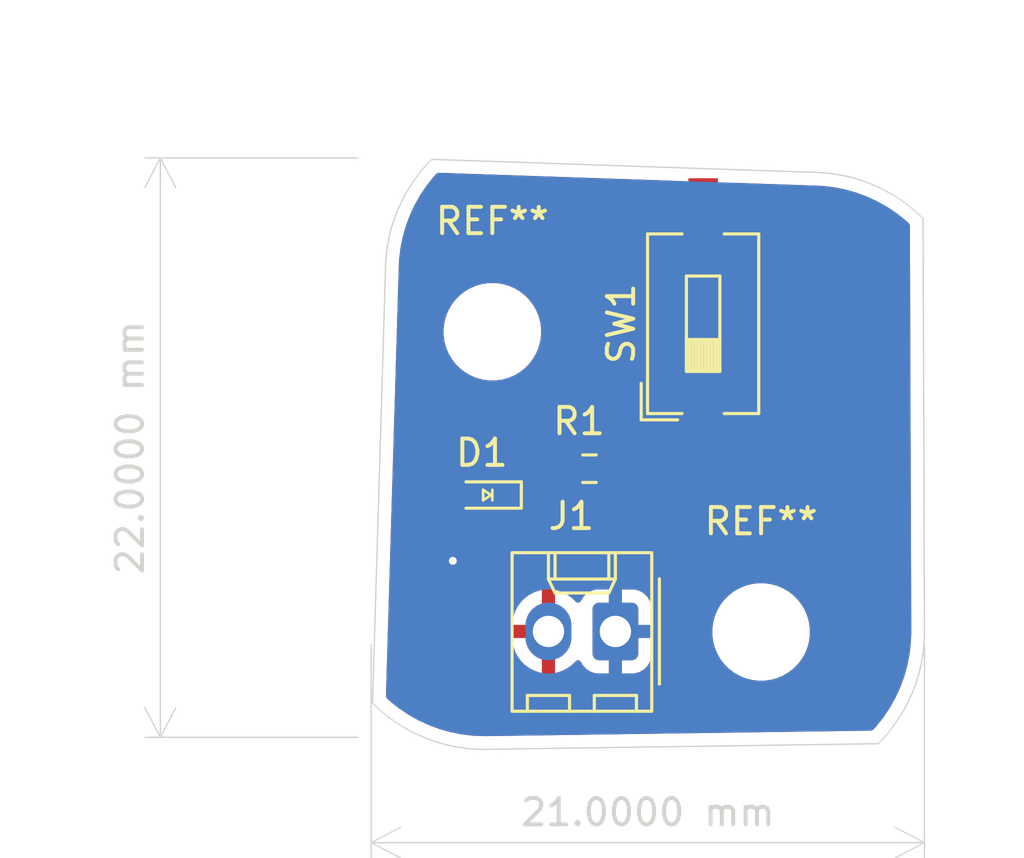
<source format=kicad_pcb>
(kicad_pcb (version 20240108) (generator "pcbnew") (generator_version "8.0")
  (title_block (title "LED porg") (rev "1.0") (company "Illini Solar Car") (comment 1 "Designed by: Colin Awe"))
  (layers (0 "F.Cu" signal) (31 "B.Cu" signal) (34 "B.Paste" user) (35 "F.Paste" user) (36 "B.SilkS" user "B.Silkscreen") (37 "F.SilkS" user "F.Silkscreen") (38 "B.Mask" user) (39 "F.Mask" user) (44 "Edge.Cuts" user))
  (net 0 "")
  (net 1 "Net-(D1-A)")
  (net 2 "GND")
  (net 3 "Net-(R1-Pad1)")
  (net 4 "+3V3")
  (footprint "Button_Switch_SMD:SW_DIP_SPSTx01_Slide_6.7x4.1mm_W8.61mm_P2.54mm_LowProfile" (layer "F.Cu") (at 130.6 90.295 90)
    (property "Reference" "SW1" (at 0 -3.11 90) (layer "F.SilkS"))
    (property "Value" "SW_Push")
    (fp_line (start -3.65 -2.35) (end -2.267 -2.35) (stroke (width 0.12)) (layer "F.SilkS"))
    (fp_line (start -3.65 -2.35) (end -3.65 -0.967) (stroke (width 0.12)) (layer "F.SilkS"))
    (fp_line (start 3.41 -2.11) (end 3.41 -0.8) (stroke (width 0.12)) (layer "F.SilkS"))
    (fp_line (start -3.41 -2.11) (end 3.41 -2.11) (stroke (width 0.12)) (layer "F.SilkS"))
    (fp_line (start -3.41 -2.11) (end -3.41 -0.8) (stroke (width 0.12)) (layer "F.SilkS"))
    (fp_line (start 1.81 -0.635) (end -1.81 -0.635) (stroke (width 0.12)) (layer "F.SilkS"))
    (fp_line (start -0.603333 -0.635) (end -0.603333 0.635) (stroke (width 0.12)) (layer "F.SilkS"))
    (fp_line (start -1.81 -0.635) (end -1.81 0.635) (stroke (width 0.12)) (layer "F.SilkS"))
    (fp_line (start -1.81 -0.515) (end -0.603333 -0.515) (stroke (width 0.12)) (layer "F.SilkS"))
    (fp_line (start -1.81 -0.395) (end -0.603333 -0.395) (stroke (width 0.12)) (layer "F.SilkS"))
    (fp_line (start -1.81 -0.275) (end -0.603333 -0.275) (stroke (width 0.12)) (layer "F.SilkS"))
    (fp_line (start -1.81 -0.155) (end -0.603333 -0.155) (stroke (width 0.12)) (layer "F.SilkS"))
    (fp_line (start -1.81 -0.035) (end -0.603333 -0.035) (stroke (width 0.12)) (layer "F.SilkS"))
    (fp_line (start -1.81 0.085) (end -0.603333 0.085) (stroke (width 0.12)) (layer "F.SilkS"))
    (fp_line (start -1.81 0.205) (end -0.603333 0.205) (stroke (width 0.12)) (layer "F.SilkS"))
    (fp_line (start -1.81 0.325) (end -0.603333 0.325) (stroke (width 0.12)) (layer "F.SilkS"))
    (fp_line (start -1.81 0.445) (end -0.603333 0.445) (stroke (width 0.12)) (layer "F.SilkS"))
    (fp_line (start -1.81 0.565) (end -0.603333 0.565) (stroke (width 0.12)) (layer "F.SilkS"))
    (fp_line (start 1.81 0.635) (end 1.81 -0.635) (stroke (width 0.12)) (layer "F.SilkS"))
    (fp_line (start -1.81 0.635) (end 1.81 0.635) (stroke (width 0.12)) (layer "F.SilkS"))
    (fp_line (start 3.41 0.8) (end 3.41 2.11) (stroke (width 0.12)) (layer "F.SilkS"))
    (fp_line (start -3.41 0.8) (end -3.41 2.11) (stroke (width 0.12)) (layer "F.SilkS"))
    (fp_line (start -3.41 2.11) (end 3.41 2.11) (stroke (width 0.12)) (layer "F.SilkS"))
    (pad "1" smd rect (at -4.305 0 90) (size 2.44 1.12) (layers "F.Cu" "F.Paste" "F.Mask") (net 4 "+3V3"))
    (pad "2" smd rect (at 4.305 0 90) (size 2.44 1.12) (layers "F.Cu" "F.Paste" "F.Mask") (net 3 "Net-(R1-Pad1)"))
  )
  (footprint "MountingHole:MountingHole_3.2mm_M3" (layer "F.Cu") (at 122.6 90.6)
    (property "Reference" "REF**" (at 0 -4.2 0) (layer "F.SilkS"))
    (property "Value" "MountingHole_3.2mm_M3")
    (pad "" np_thru_hole circle (at 0 0) (size 3.2 3.2) (drill 3.2) (layers "*.Cu" "*.Mask"))
  )
  (footprint "Connector_Molex:Molex_KK-254_AE-6410-02A_1x02_P2.54mm_Vertical" (layer "F.Cu") (at 127.27 101.98 180)
    (property "Reference" "J1" (at 1.67 4.38 0) (layer "F.SilkS"))
    (property "Value" "Conn_01x02")
    (fp_line (start 3.92 2.99) (end 3.92 -3.03) (stroke (width 0.12)) (layer "F.SilkS"))
    (fp_line (start 3.92 -3.03) (end -1.38 -3.03) (stroke (width 0.12)) (layer "F.SilkS"))
    (fp_line (start 3.34 -2.43) (end 3.34 -3.03) (stroke (width 0.12)) (layer "F.SilkS"))
    (fp_line (start 2.54 1.99) (end 2.54 2.99) (stroke (width 0.12)) (layer "F.SilkS"))
    (fp_line (start 2.29 2.99) (end 2.29 1.99) (stroke (width 0.12)) (layer "F.SilkS"))
    (fp_line (start 2.29 1.46) (end 2.54 1.99) (stroke (width 0.12)) (layer "F.SilkS"))
    (fp_line (start 1.74 -2.43) (end 3.34 -2.43) (stroke (width 0.12)) (layer "F.SilkS"))
    (fp_line (start 1.74 -3.03) (end 1.74 -2.43) (stroke (width 0.12)) (layer "F.SilkS"))
    (fp_line (start 0.8 -2.43) (end 0.8 -3.03) (stroke (width 0.12)) (layer "F.SilkS"))
    (fp_line (start 0.25 2.99) (end 0.25 1.99) (stroke (width 0.12)) (layer "F.SilkS"))
    (fp_line (start 0.25 1.46) (end 2.29 1.46) (stroke (width 0.12)) (layer "F.SilkS"))
    (fp_line (start 0 2.99) (end 0 1.99) (stroke (width 0.12)) (layer "F.SilkS"))
    (fp_line (start 0 1.99) (end 2.54 1.99) (stroke (width 0.12)) (layer "F.SilkS"))
    (fp_line (start 0 1.99) (end 0.25 1.46) (stroke (width 0.12)) (layer "F.SilkS"))
    (fp_line (start -0.8 -2.43) (end 0.8 -2.43) (stroke (width 0.12)) (layer "F.SilkS"))
    (fp_line (start -0.8 -3.03) (end -0.8 -2.43) (stroke (width 0.12)) (layer "F.SilkS"))
    (fp_line (start -1.38 2.99) (end 3.92 2.99) (stroke (width 0.12)) (layer "F.SilkS"))
    (fp_line (start -1.38 -3.03) (end -1.38 2.99) (stroke (width 0.12)) (layer "F.SilkS"))
    (fp_line (start -1.67 -2) (end -1.67 2) (stroke (width 0.12)) (layer "F.SilkS"))
    (pad "1" thru_hole roundrect (at 0 0 180) (size 1.74 2.19) (drill 1.19) (layers "*.Cu" "*.Mask") (roundrect_rratio 0.143678) (net 2 "GND"))
    (pad "2" thru_hole oval (at 2.54 0 180) (size 1.74 2.19) (drill 1.19) (layers "*.Cu" "*.Mask") (net 4 "+3V3"))
  )
  (footprint "Resistor_SMD:R_0603_1608Metric_Pad0.98x0.95mm_HandSolder" (layer "F.Cu") (at 126.2875 95.8 180)
    (property "Reference" "R1" (at 0.4 1.8 0) (layer "F.SilkS"))
    (property "Value" "105")
    (fp_line (start -0.254724 0.5225) (end 0.254724 0.5225) (stroke (width 0.12)) (layer "F.SilkS"))
    (fp_line (start -0.254724 -0.5225) (end 0.254724 -0.5225) (stroke (width 0.12)) (layer "F.SilkS"))
    (pad "1" smd roundrect (at -0.9125 0 180) (size 0.975 0.95) (layers "F.Cu" "F.Paste" "F.Mask") (net 3 "Net-(R1-Pad1)"))
    (pad "2" smd roundrect (at 0.9125 0 180) (size 0.975 0.95) (layers "F.Cu" "F.Paste" "F.Mask") (net 1 "Net-(D1-A)"))
  )
  (footprint "MountingHole:MountingHole_3.2mm_M3" (layer "F.Cu") (at 132.8 102)
    (property "Reference" "REF**" (at 0 -4.2 0) (layer "F.SilkS"))
    (property "Value" "MountingHole_3.2mm_M3")
    (pad "" np_thru_hole circle (at 0 0) (size 3.2 3.2) (drill 3.2) (layers "*.Cu" "*.Mask"))
  )
  (footprint "layout:LED_0603_Symbol_on_F.SilkS" (layer "F.Cu") (at 122.4 96.8 180)
    (property "Reference" "D1" (at 0.2 1.6 0) (layer "F.SilkS"))
    (property "Value" "LED_Red")
    (fp_line (start 0.15 0.2) (end -0.15 0) (stroke (width 0.1)) (layer "F.SilkS"))
    (fp_line (start 0.15 -0.2) (end 0.15 0.2) (stroke (width 0.1)) (layer "F.SilkS"))
    (fp_line (start -0.15 0) (end 0.15 -0.2) (stroke (width 0.1)) (layer "F.SilkS"))
    (fp_line (start -0.2 -0.2) (end -0.2 0.2) (stroke (width 0.1)) (layer "F.SilkS"))
    (fp_line (start -1.3 0.5) (end 0.8 0.5) (stroke (width 0.12)) (layer "F.SilkS"))
    (fp_line (start -1.3 -0.5) (end 0.8 -0.5) (stroke (width 0.12)) (layer "F.SilkS"))
    (fp_line (start -1.3 -0.5) (end -1.3 0.5) (stroke (width 0.12)) (layer "F.SilkS"))
    (pad "1" smd rect (at -0.8 0) (size 0.8 0.8) (layers "F.Cu" "F.Paste" "F.Mask") (net 2 "GND"))
    (pad "2" smd rect (at 0.8 0) (size 0.8 0.8) (layers "F.Cu" "F.Paste" "F.Mask") (net 1 "Net-(D1-A)"))
  )
  (gr_line (start 120.300636 84.05346) (end 134.703899 84.543277) (stroke (width 0.05)) (layer "Edge.Cuts"))
  (gr_line (start 122.296101 106.456723) (end 137.242641 106.242641) (stroke (width 0.05)) (layer "Edge.Cuts"))
  (gr_arc (start 134.703899 84.543277) (mid 137 85) (end 138.94654 86.300636) (stroke (width 0.05)) (layer "Edge.Cuts"))
  (gr_arc (start 118.543277 88.296101) (mid 119 86) (end 120.300636 84.05346) (stroke (width 0.05)) (layer "Edge.Cuts"))
  (gr_arc (start 139 102) (mid 138.543277 104.296101) (end 137.242641 106.242641) (stroke (width 0.05)) (layer "Edge.Cuts"))
  (gr_line (start 138.94654 86.300636) (end 139 102) (stroke (width 0.05)) (layer "Edge.Cuts"))
  (gr_line (start 118.543277 88.296101) (end 118.05346 104.699364) (stroke (width 0.05)) (layer "Edge.Cuts"))
  (gr_arc (start 122.296101 106.456723) (mid 120 106) (end 118.05346 104.699364) (stroke (width 0.05)) (layer "Edge.Cuts"))
  (dimension (type aligned) (layer "Edge.Cuts") (pts (xy 118 102) (xy 139 102)) (height 8) (gr_text "21.0000 mm" (at 128.5 108.85 0) (layer "Edge.Cuts") (effects (font (size 1 1) (thickness 0.15)))) (format (prefix "") (suffix "") (units 3) (units_format 1) (precision 4)) (style (thickness 0.05) (arrow_length 1.27) (text_position_mode 0) (extension_height 0.58642) (extension_offset 0.5) keep_text_aligned))
  (dimension (type aligned) (layer "Edge.Cuts") (pts (xy 118 84) (xy 118 106)) (height 8) (gr_text "22.0000 mm" (at 108.85 95 90) (layer "Edge.Cuts") (effects (font (size 1 1) (thickness 0.15)))) (format (prefix "") (suffix "") (units 3) (units_format 1) (precision 4)) (style (thickness 0.05) (arrow_length 1.27) (text_position_mode 0) (extension_height 0.58642) (extension_offset 0.5) keep_text_aligned))
  (segment (start 125.375 95.8) (end 122.6 95.8) (width 0.2) (layer "F.Cu") (net 1))
  (segment (start 122.6 95.8) (end 121.6 96.8) (width 0.2) (layer "F.Cu") (net 1))
  (segment (start 123.2 96.8) (end 123.05 96.95) (width 0.2) (layer "F.Cu") (net 2))
  (segment (start 123.05 97.35) (end 121.1 99.3) (width 0.2) (layer "F.Cu") (net 2))
  (segment (start 123.2 96.8) (end 123.2 96.720778) (width 0.2) (layer "F.Cu") (net 2))
  (segment (start 123.05 96.95) (end 123.05 97.35) (width 0.2) (layer "F.Cu") (net 2))
  (via (at 121.1 99.3) (size 0.6) (drill 0.3) (layers "F.Cu" "B.Cu") (net 2))
  (segment (start 127 87) (end 127 95.6) (width 0.2) (layer "F.Cu") (net 3))
  (segment (start 130.6 85.99) (end 128.01 85.99) (width 0.2) (layer "F.Cu") (net 3))
  (segment (start 127 95.6) (end 127.2 95.8) (width 0.2) (layer "F.Cu") (net 3))
  (segment (start 128.01 85.99) (end 127 87) (width 0.2) (layer "F.Cu") (net 3))
  (zone (net 4) (net_name "+3V3") (layer "F.Cu") (connect_pads (clearance 0.5)) (min_thickness 0.25) (fill yes (thermal_gap 0.5) (thermal_bridge_width 0.5))
    (polygon (pts (xy 140 107) (xy 117 107) (xy 117 82) (xy 140 82)))
  )
  (zone (net 2) (net_name "GND") (layer "B.Cu") (priority 1) (connect_pads (clearance 0.5)) (min_thickness 0.25) (fill yes (thermal_gap 0.5) (thermal_bridge_width 0.5))
    (polygon (pts (xy 140 82) (xy 140 107) (xy 117 107) (xy 117 82)))
  )
)
</source>
